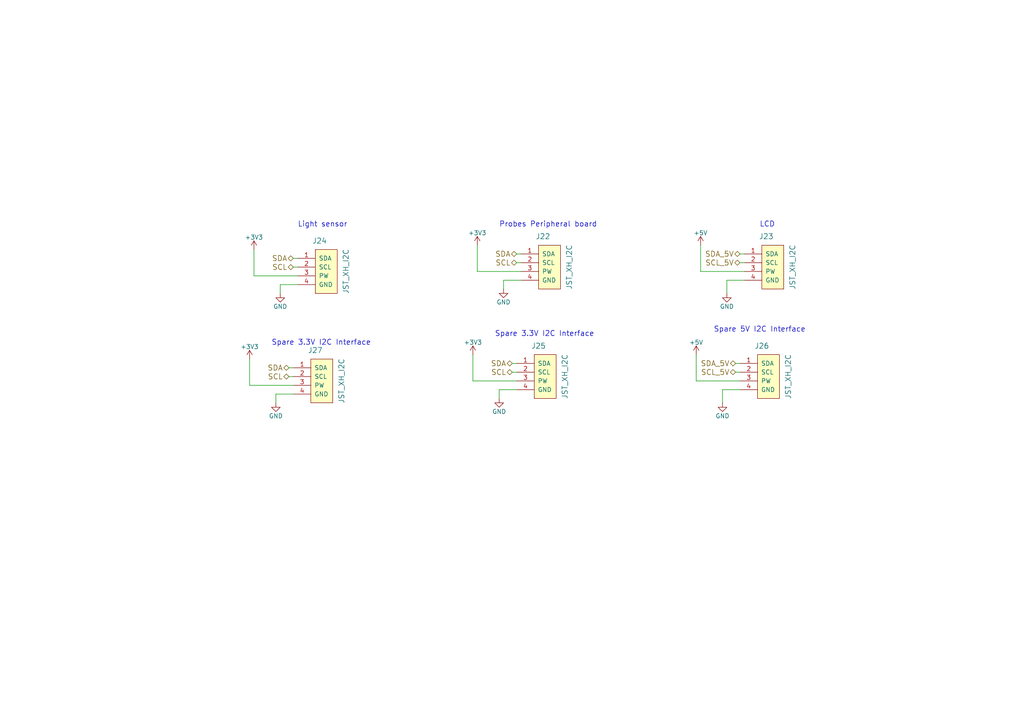
<source format=kicad_sch>
(kicad_sch (version 20230121) (generator eeschema)
  (paper "A4")
  (title_block (title "I2C Interface") (date "2018-02-13") (rev "0.5") (comment 1 "Vincent Frangi") (comment 2 "vincent.frangi@gmail.com"))
  (lib_symbols
    (symbol "Astroplant_VFR-rescue:+3.3V-power" (power) (pin_names (offset 0))
      (property "Value" "+3.3V-power" (at 0 3.556 0))
      (symbol "+3.3V-power_0_1"
        (polyline (pts (xy -0.762 1.27) (xy 0 2.54)))
        (polyline (pts (xy 0 0) (xy 0 2.54)))
        (polyline (pts (xy 0 2.54) (xy 0.762 1.27)))
      )
      (symbol "+3.3V-power_1_1"
        (pin power_in line (at 0 0 90) (length 0) hide (name "+3V3") (number "1"))
      )
    )
    (symbol "Astroplant_VFR-rescue:JST_XH_I2C-Astroplant_VFR-rescue-Astroplant_VFR-rescue" (pin_names (offset 1.016))
      (property "Reference" "J" (at -2.54 10.16 0))
      (property "Value" "Astroplant_VFR-rescue:JST_XH_I2C-Astroplant_VFR-rescue" (at 5.08 1.27 90))
      (symbol "JST_XH_I2C-Astroplant_VFR-rescue-Astroplant_VFR-rescue_0_1"
        (rectangle (start -3.81 7.62) (end 2.54 -5.08) (fill (type background)))
      )
      (symbol "JST_XH_I2C-Astroplant_VFR-rescue-Astroplant_VFR-rescue_1_1"
        (pin bidirectional line (at -8.89 5.08 0) (length 5.08) (name "SDA") (number "1"))
        (pin bidirectional line (at -8.89 2.54 0) (length 5.08) (name "SCL") (number "2"))
        (pin power_in line (at -8.89 0 0) (length 5.08) (name "PW") (number "3"))
        (pin passive line (at -8.89 -2.54 0) (length 5.08) (name "GND") (number "4"))
      )
    )
    (symbol "power:+5V" (power) (pin_names (offset 0))
      (property "Value" "+5V" (at 0 3.556 0))
      (symbol "+5V_0_1"
        (polyline (pts (xy -0.762 1.27) (xy 0 2.54)))
        (polyline (pts (xy 0 0) (xy 0 2.54)))
        (polyline (pts (xy 0 2.54) (xy 0.762 1.27)))
      )
      (symbol "+5V_1_1"
        (pin power_in line (at 0 0 90) (length 0) hide (name "+5V") (number "1"))
      )
    )
    (symbol "power:GND" (power) (pin_names (offset 0))
      (property "Value" "GND" (at 0 -3.81 0))
      (symbol "GND_0_1"
        (polyline (pts (xy 0 0) (xy 0 -1.27) (xy 1.27 -1.27) (xy 0 -2.54) (xy -1.27 -1.27) (xy 0 -1.27)))
      )
      (symbol "GND_1_1"
        (pin power_in line (at 0 0 270) (length 0) hide (name "GND") (number "1"))
      )
    )
  )
  (wire (pts (xy 203.2 78.74) (xy 203.2 71.12)))
  (wire (pts (xy 85.09 111.76) (xy 72.39 111.76)))
  (wire (pts (xy 215.9 81.28) (xy 210.82 81.28)))
  (wire (pts (xy 144.78 113.03) (xy 144.78 115.57)))
  (wire (pts (xy 151.13 81.28) (xy 146.05 81.28)))
  (wire (pts (xy 138.43 78.74) (xy 138.43 71.12)))
  (wire (pts (xy 214.63 110.49) (xy 201.93 110.49)))
  (wire (pts (xy 149.86 113.03) (xy 144.78 113.03)))
  (wire (pts (xy 73.66 80.01) (xy 73.66 72.39)))
  (wire (pts (xy 83.82 109.22) (xy 85.09 109.22)))
  (wire (pts (xy 86.36 80.01) (xy 73.66 80.01)))
  (wire (pts (xy 215.9 78.74) (xy 203.2 78.74)))
  (wire (pts (xy 209.55 113.03) (xy 209.55 116.84)))
  (wire (pts (xy 149.86 73.66) (xy 151.13 73.66)))
  (wire (pts (xy 83.82 106.68) (xy 85.09 106.68)))
  (wire (pts (xy 80.01 114.3) (xy 80.01 116.84)))
  (wire (pts (xy 85.09 77.47) (xy 86.36 77.47)))
  (wire (pts (xy 214.63 76.2) (xy 215.9 76.2)))
  (wire (pts (xy 213.36 105.41) (xy 214.63 105.41)))
  (wire (pts (xy 137.16 110.49) (xy 137.16 102.87)))
  (wire (pts (xy 214.63 113.03) (xy 209.55 113.03)))
  (wire (pts (xy 86.36 82.55) (xy 81.28 82.55)))
  (wire (pts (xy 151.13 78.74) (xy 138.43 78.74)))
  (wire (pts (xy 210.82 81.28) (xy 210.82 85.09)))
  (wire (pts (xy 213.36 107.95) (xy 214.63 107.95)))
  (wire (pts (xy 72.39 111.76) (xy 72.39 104.14)))
  (wire (pts (xy 85.09 114.3) (xy 80.01 114.3)))
  (wire (pts (xy 214.63 73.66) (xy 215.9 73.66)))
  (wire (pts (xy 146.05 81.28) (xy 146.05 83.82)))
  (wire (pts (xy 81.28 82.55) (xy 81.28 85.09)))
  (wire (pts (xy 148.59 107.95) (xy 149.86 107.95)))
  (wire (pts (xy 149.86 76.2) (xy 151.13 76.2)))
  (wire (pts (xy 149.86 110.49) (xy 137.16 110.49)))
  (wire (pts (xy 201.93 110.49) (xy 201.93 102.87)))
  (wire (pts (xy 148.59 105.41) (xy 149.86 105.41)))
  (wire (pts (xy 85.09 74.93) (xy 86.36 74.93)))
  (text "Spare 5V I2C Interface" (at 233.68 96.52 0) (effects (font (size 1.524 1.524)) (justify right bottom)))
  (text "Light sensor" (at 86.36 66.04 0) (effects (font (size 1.524 1.524)) (justify left bottom)))
  (text "LCD" (at 224.79 66.04 0) (effects (font (size 1.524 1.524)) (justify right bottom)))
  (text "Spare 3.3V I2C Interface" (at 78.74 100.33 0) (effects (font (size 1.524 1.524)) (justify left bottom)))
  (text "Spare 3.3V I2C Interface" (at 143.51 97.79 0) (effects (font (size 1.524 1.524)) (justify left bottom)))
  (text "Probes Peripheral board" (at 144.78 66.04 0) (effects (font (size 1.524 1.524)) (justify left bottom)))
  (hierarchical_label "SDA_5V" (shape bidirectional) (at 214.63 73.66 180) (effects (font (size 1.524 1.524))))
  (hierarchical_label "SCL_5V" (shape bidirectional) (at 214.63 76.2 180) (effects (font (size 1.524 1.524))))
  (hierarchical_label "SDA" (shape bidirectional) (at 148.59 105.41 180) (effects (font (size 1.524 1.524))))
  (hierarchical_label "SCL" (shape bidirectional) (at 148.59 107.95 180) (effects (font (size 1.524 1.524))))
  (hierarchical_label "SCL" (shape bidirectional) (at 85.09 77.47 180) (effects (font (size 1.524 1.524))))
  (hierarchical_label "SCL_5V" (shape bidirectional) (at 213.36 107.95 180) (effects (font (size 1.524 1.524))))
  (hierarchical_label "SCL" (shape bidirectional) (at 83.82 109.22 180) (effects (font (size 1.524 1.524))))
  (hierarchical_label "SDA" (shape bidirectional) (at 85.09 74.93 180) (effects (font (size 1.524 1.524))))
  (hierarchical_label "SDA_5V" (shape bidirectional) (at 213.36 105.41 180) (effects (font (size 1.524 1.524))))
  (hierarchical_label "SDA" (shape bidirectional) (at 149.86 73.66 180) (effects (font (size 1.524 1.524))))
  (hierarchical_label "SCL" (shape bidirectional) (at 149.86 76.2 180) (effects (font (size 1.524 1.524))))
  (hierarchical_label "SDA" (shape bidirectional) (at 83.82 106.68 180) (effects (font (size 1.524 1.524))))
  (symbol (lib_id "Astroplant_VFR-rescue:JST_XH_I2C-Astroplant_VFR-rescue-Astroplant_VFR-rescue") (at 95.25 80.01 0) (unit 1)
    (property "Reference" "J24" (at 92.71 69.85 0) (effects (font (size 1.524 1.524))))
    (property "Value" "JST_XH_I2C" (at 100.33 78.74 90) (effects (font (size 1.524 1.524))))
    (property "Footprint" "Connector_JST:JST_XH_B04B-XH-A_1x04_P2.50mm_Vertical" (effects hide))
    (property "Datasheet" "http://www.jst-mfg.com/product/pdf/eng/eXH.pdf" (effects hide))
    (property "MPN" "B4B-XH-A(LF)(SN) " (effects hide))
    (property "URL" "https://www.digikey.com/products/en?keywords=B4B-XH-A(LF)(SN)%20" (effects hide))
    (property "Digikey Part Number" "455-2249-ND " (effects hide))
  )
  (symbol (lib_id "power:GND") (at 81.28 85.09 0) (unit 1)
    (property "Reference" "#PWR0145" (effects hide))
    (property "Value" "GND" (at 81.28 88.9 0))
  )
  (symbol (lib_id "power:GND") (at 210.82 85.09 0) (unit 1)
    (property "Reference" "#PWR0146" (effects hide))
    (property "Value" "GND" (at 210.82 88.9 0))
  )
  (symbol (lib_id "power:+5V") (at 203.2 71.12 0) (unit 1)
    (property "Reference" "#PWR0147" (effects hide))
    (property "Value" "+5V" (at 203.2 67.564 0))
  )
  (symbol (lib_id "Astroplant_VFR-rescue:+3.3V-power") (at 73.66 72.39 0) (unit 1)
    (property "Reference" "#PWR0148" (effects hide))
    (property "Value" "+3.3V" (at 73.66 68.834 0))
  )
  (symbol (lib_id "power:GND") (at 80.01 116.84 0) (unit 1)
    (property "Reference" "#PWR0149" (effects hide))
    (property "Value" "GND" (at 80.01 120.65 0))
  )
  (symbol (lib_id "Astroplant_VFR-rescue:+3.3V-power") (at 72.39 104.14 0) (unit 1)
    (property "Reference" "#PWR0150" (effects hide))
    (property "Value" "+3.3V" (at 72.39 100.584 0))
  )
  (symbol (lib_id "power:GND") (at 209.55 116.84 0) (unit 1)
    (property "Reference" "#PWR0151" (effects hide))
    (property "Value" "GND" (at 209.55 120.65 0))
  )
  (symbol (lib_id "power:+5V") (at 201.93 102.87 0) (unit 1)
    (property "Reference" "#PWR0152" (effects hide))
    (property "Value" "+5V" (at 201.93 99.314 0))
  )
  (symbol (lib_id "power:GND") (at 146.05 83.82 0) (unit 1)
    (property "Reference" "#PWR0153" (effects hide))
    (property "Value" "GND" (at 146.05 87.63 0))
  )
  (symbol (lib_id "Astroplant_VFR-rescue:+3.3V-power") (at 138.43 71.12 0) (unit 1)
    (property "Reference" "#PWR0154" (effects hide))
    (property "Value" "+3.3V" (at 138.43 67.564 0))
  )
  (symbol (lib_id "power:GND") (at 144.78 115.57 0) (unit 1)
    (property "Reference" "#PWR0155" (effects hide))
    (property "Value" "GND" (at 144.78 119.38 0))
  )
  (symbol (lib_id "Astroplant_VFR-rescue:+3.3V-power") (at 137.16 102.87 0) (unit 1)
    (property "Reference" "#PWR0156" (effects hide))
    (property "Value" "+3.3V" (at 137.16 99.314 0))
  )
  (symbol (lib_id "Astroplant_VFR-rescue:JST_XH_I2C-Astroplant_VFR-rescue-Astroplant_VFR-rescue") (at 93.98 111.76 0) (unit 1)
    (property "Reference" "J27" (at 91.44 101.6 0) (effects (font (size 1.524 1.524))))
    (property "Value" "JST_XH_I2C" (at 99.06 110.49 90) (effects (font (size 1.524 1.524))))
    (property "Footprint" "Connector_JST:JST_XH_B04B-XH-A_1x04_P2.50mm_Vertical" (effects hide))
    (property "Datasheet" "http://www.jst-mfg.com/product/pdf/eng/eXH.pdf" (effects hide))
    (property "MPN" "B4B-XH-A(LF)(SN) " (effects hide))
    (property "URL" "https://www.digikey.com/products/en?keywords=B4B-XH-A(LF)(SN)%20" (effects hide))
    (property "Digikey Part Number" "455-2249-ND" (effects hide))
  )
  (symbol (lib_id "Astroplant_VFR-rescue:JST_XH_I2C-Astroplant_VFR-rescue-Astroplant_VFR-rescue") (at 158.75 110.49 0) (unit 1)
    (property "Reference" "J25" (at 156.21 100.33 0) (effects (font (size 1.524 1.524))))
    (property "Value" "JST_XH_I2C" (at 163.83 109.22 90) (effects (font (size 1.524 1.524))))
    (property "Footprint" "Connector_JST:JST_XH_B04B-XH-A_1x04_P2.50mm_Vertical" (effects hide))
    (property "Datasheet" "http://www.jst-mfg.com/product/pdf/eng/eXH.pdf" (effects hide))
    (property "MPN" "B4B-XH-A(LF)(SN) " (effects hide))
    (property "URL" "https://www.digikey.com/products/en?keywords=B4B-XH-A(LF)(SN)%20" (effects hide))
    (property "Digikey Part Number" "455-2249-ND" (effects hide))
  )
  (symbol (lib_id "Astroplant_VFR-rescue:JST_XH_I2C-Astroplant_VFR-rescue-Astroplant_VFR-rescue") (at 223.52 110.49 0) (unit 1)
    (property "Reference" "J26" (at 220.98 100.33 0) (effects (font (size 1.524 1.524))))
    (property "Value" "JST_XH_I2C" (at 228.6 109.22 90) (effects (font (size 1.524 1.524))))
    (property "Footprint" "Connector_JST:JST_XH_B04B-XH-A_1x04_P2.50mm_Vertical" (effects hide))
    (property "Datasheet" "http://www.jst-mfg.com/product/pdf/eng/eXH.pdf" (effects hide))
    (property "MPN" "B4B-XH-A(LF)(SN) " (effects hide))
    (property "URL" "https://www.digikey.com/products/en?keywords=B4B-XH-A(LF)(SN)%20" (effects hide))
    (property "Digikey Part Number" "455-2249-ND" (effects hide))
  )
  (symbol (lib_id "Astroplant_VFR-rescue:JST_XH_I2C-Astroplant_VFR-rescue-Astroplant_VFR-rescue") (at 224.79 78.74 0) (unit 1)
    (property "Reference" "J23" (at 222.25 68.58 0) (effects (font (size 1.524 1.524))))
    (property "Value" "JST_XH_I2C" (at 229.87 77.47 90) (effects (font (size 1.524 1.524))))
    (property "Footprint" "Connector_JST:JST_XH_B04B-XH-A_1x04_P2.50mm_Vertical" (effects hide))
    (property "Datasheet" "http://www.jst-mfg.com/product/pdf/eng/eXH.pdf" (effects hide))
    (property "MPN" "B4B-XH-A(LF)(SN) " (effects hide))
    (property "URL" "https://www.digikey.com/products/en?keywords=B4B-XH-A(LF)(SN)%20" (effects hide))
    (property "Digikey Part Number" "455-2249-ND" (effects hide))
  )
  (symbol (lib_id "Astroplant_VFR-rescue:JST_XH_I2C-Astroplant_VFR-rescue-Astroplant_VFR-rescue") (at 160.02 78.74 0) (unit 1)
    (property "Reference" "J22" (at 157.48 68.58 0) (effects (font (size 1.524 1.524))))
    (property "Value" "JST_XH_I2C" (at 165.1 77.47 90) (effects (font (size 1.524 1.524))))
    (property "Footprint" "Connector_JST:JST_XH_B04B-XH-A_1x04_P2.50mm_Vertical" (effects hide))
    (property "Datasheet" "http://www.jst-mfg.com/product/pdf/eng/eXH.pdf" (effects hide))
    (property "MPN" "B4B-XH-A(LF)(SN) " (effects hide))
    (property "URL" "https://www.digikey.com/products/en?keywords=B4B-XH-A(LF)(SN)%20" (effects hide))
    (property "Digikey Part Number" "455-2249-ND" (effects hide))
  )
)
</source>
